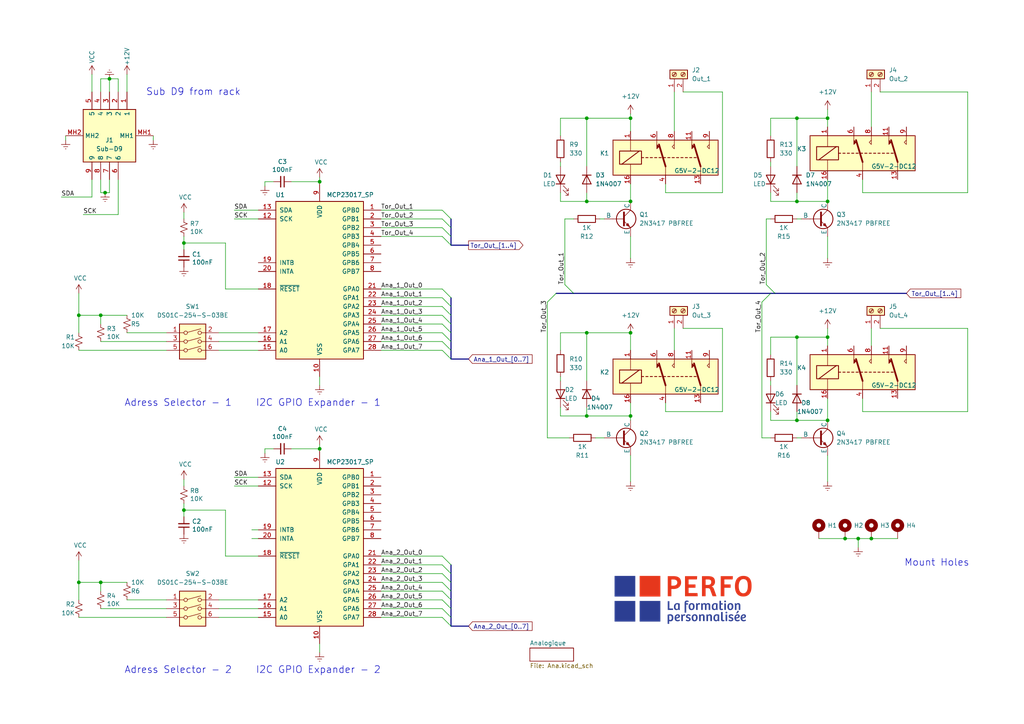
<source format=kicad_sch>
(kicad_sch (version 20230121) (generator eeschema)
  (paper "A4")
  (title_block (title "OutPut Card") (date "2024-02-22"))
  (lib_symbols
    (symbol "Connector:Screw_Terminal_01x02" (pin_names (offset 1.016) hide)
      (property "Reference" "J" (at 0 2.54 0))
      (property "Value" "Screw_Terminal_01x02" (at 0 -5.08 0))
      (symbol "Screw_Terminal_01x02_1_1"
        (rectangle (start -1.27 1.27) (end 1.27 -3.81) (stroke (width 0.254)) (fill (type background)))
        (circle (center 0 -2.54) (radius 0.635) (stroke (width 0.1524)))
        (polyline (pts (xy -0.5334 -2.2098) (xy 0.3302 -3.048)) (stroke (width 0.1524)))
        (polyline (pts (xy -0.5334 0.3302) (xy 0.3302 -0.508)) (stroke (width 0.1524)))
        (polyline (pts (xy -0.3556 -2.032) (xy 0.508 -2.8702)) (stroke (width 0.1524)))
        (polyline (pts (xy -0.3556 0.508) (xy 0.508 -0.3302)) (stroke (width 0.1524)))
        (circle (center 0 0) (radius 0.635) (stroke (width 0.1524)))
        (pin passive line (at -5.08 0 0) (length 3.81) (name "Pin_1") (number "1"))
        (pin passive line (at -5.08 -2.54 0) (length 3.81) (name "Pin_2") (number "2"))
      )
    )
    (symbol "Device:C_Small" (pin_numbers hide) (pin_names (offset 0.254) hide)
      (property "Reference" "C" (at 0.254 1.778 0))
      (property "Value" "C_Small" (at 0.254 -2.032 0))
      (symbol "C_Small_0_1"
        (polyline (pts (xy -1.524 -0.508) (xy 1.524 -0.508)) (stroke (width 0.3302)))
        (polyline (pts (xy -1.524 0.508) (xy 1.524 0.508)) (stroke (width 0.3048)))
      )
      (symbol "C_Small_1_1"
        (pin passive line (at 0 2.54 270) (length 2.032) (name "~") (number "1"))
        (pin passive line (at 0 -2.54 90) (length 2.032) (name "~") (number "2"))
      )
    )
    (symbol "Device:LED" (pin_numbers hide) (pin_names (offset 1.016) hide)
      (property "Reference" "D" (at 0 2.54 0))
      (property "Value" "LED" (at 0 -2.54 0))
      (symbol "LED_0_1"
        (polyline (pts (xy -1.27 -1.27) (xy -1.27 1.27)) (stroke (width 0.254)))
        (polyline (pts (xy -1.27 0) (xy 1.27 0)))
        (polyline (pts (xy 1.27 -1.27) (xy 1.27 1.27) (xy -1.27 0) (xy 1.27 -1.27)) (stroke (width 0.254)))
        (polyline (pts (xy -3.048 -0.762) (xy -4.572 -2.286) (xy -3.81 -2.286) (xy -4.572 -2.286) (xy -4.572 -1.524)))
        (polyline (pts (xy -1.778 -0.762) (xy -3.302 -2.286) (xy -2.54 -2.286) (xy -3.302 -2.286) (xy -3.302 -1.524)))
      )
      (symbol "LED_1_1"
        (pin passive line (at -3.81 0 0) (length 2.54) (name "K") (number "1"))
        (pin passive line (at 3.81 0 180) (length 2.54) (name "A") (number "2"))
      )
    )
    (symbol "Device:R" (pin_numbers hide) (pin_names (offset 0))
      (property "Reference" "R" (at 2.032 0 90))
      (property "Value" "R" (at 0 0 90))
      (symbol "R_0_1"
        (rectangle (start -1.016 -2.54) (end 1.016 2.54) (stroke (width 0.254)))
      )
      (symbol "R_1_1"
        (pin passive line (at 0 3.81 270) (length 1.27) (name "~") (number "1"))
        (pin passive line (at 0 -3.81 90) (length 1.27) (name "~") (number "2"))
      )
    )
    (symbol "Device:R_Small_US" (pin_numbers hide) (pin_names (offset 0.254) hide)
      (property "Reference" "R" (at 0.762 0.508 0))
      (property "Value" "R_Small_US" (at 0.762 -1.016 0))
      (symbol "R_Small_US_1_1"
        (polyline (pts (xy 0 0) (xy 1.016 -0.381) (xy 0 -0.762) (xy -1.016 -1.143) (xy 0 -1.524)))
        (polyline (pts (xy 0 1.524) (xy 1.016 1.143) (xy 0 0.762) (xy -1.016 0.381) (xy 0 0)))
        (pin passive line (at 0 2.54 270) (length 1.016) (name "~") (number "1"))
        (pin passive line (at 0 -2.54 90) (length 1.016) (name "~") (number "2"))
      )
    )
    (symbol "Diode:1N4007" (pin_numbers hide) (pin_names hide)
      (property "Reference" "D" (at 0 2.54 0))
      (property "Value" "1N4007" (at 0 -2.54 0))
      (symbol "1N4007_0_1"
        (polyline (pts (xy -1.27 1.27) (xy -1.27 -1.27)) (stroke (width 0.254)))
        (polyline (pts (xy 1.27 0) (xy -1.27 0)))
        (polyline (pts (xy 1.27 1.27) (xy 1.27 -1.27) (xy -1.27 0) (xy 1.27 1.27)) (stroke (width 0.254)))
      )
      (symbol "1N4007_1_1"
        (pin passive line (at -3.81 0 0) (length 2.54) (name "K") (number "1"))
        (pin passive line (at 3.81 0 180) (length 2.54) (name "A") (number "2"))
      )
    )
    (symbol "Interface_Expansion:MCP23017_SP" (pin_names (offset 1.016))
      (property "Reference" "U" (at -11.43 24.13 0))
      (property "Value" "MCP23017_SP" (at 0 0 0))
      (symbol "MCP23017_SP_0_1"
        (rectangle (start -12.7 22.86) (end 12.7 -22.86) (stroke (width 0.254)) (fill (type background)))
      )
      (symbol "MCP23017_SP_1_1"
        (pin bidirectional line (at 17.78 20.32 180) (length 5.08) (name "GPB0") (number "1"))
        (pin power_in line (at 0 -27.94 90) (length 5.08) (name "VSS") (number "10"))
        (pin no_connect line (at -12.7 15.24 0) (length 5.08) hide (name "NC") (number "11"))
        (pin input line (at -17.78 17.78 0) (length 5.08) (name "SCK") (number "12"))
        (pin bidirectional line (at -17.78 20.32 0) (length 5.08) (name "SDA") (number "13"))
        (pin no_connect line (at -12.7 12.7 0) (length 5.08) hide (name "NC") (number "14"))
        (pin input line (at -17.78 -20.32 0) (length 5.08) (name "A0") (number "15"))
        (pin input line (at -17.78 -17.78 0) (length 5.08) (name "A1") (number "16"))
        (pin input line (at -17.78 -15.24 0) (length 5.08) (name "A2") (number "17"))
        (pin input line (at -17.78 -2.54 0) (length 5.08) (name "~{RESET}") (number "18"))
        (pin tri_state line (at -17.78 5.08 0) (length 5.08) (name "INTB") (number "19"))
        (pin bidirectional line (at 17.78 17.78 180) (length 5.08) (name "GPB1") (number "2"))
        (pin tri_state line (at -17.78 2.54 0) (length 5.08) (name "INTA") (number "20"))
        (pin bidirectional line (at 17.78 -2.54 180) (length 5.08) (name "GPA0") (number "21"))
        (pin bidirectional line (at 17.78 -5.08 180) (length 5.08) (name "GPA1") (number "22"))
        (pin bidirectional line (at 17.78 -7.62 180) (length 5.08) (name "GPA2") (number "23"))
        (pin bidirectional line (at 17.78 -10.16 180) (length 5.08) (name "GPA3") (number "24"))
        (pin bidirectional line (at 17.78 -12.7 180) (length 5.08) (name "GPA4") (number "25"))
        (pin bidirectional line (at 17.78 -15.24 180) (length 5.08) (name "GPA5") (number "26"))
        (pin bidirectional line (at 17.78 -17.78 180) (length 5.08) (name "GPA6") (number "27"))
        (pin bidirectional line (at 17.78 -20.32 180) (length 5.08) (name "GPA7") (number "28"))
        (pin bidirectional line (at 17.78 15.24 180) (length 5.08) (name "GPB2") (number "3"))
        (pin bidirectional line (at 17.78 12.7 180) (length 5.08) (name "GPB3") (number "4"))
        (pin bidirectional line (at 17.78 10.16 180) (length 5.08) (name "GPB4") (number "5"))
        (pin bidirectional line (at 17.78 7.62 180) (length 5.08) (name "GPB5") (number "6"))
        (pin bidirectional line (at 17.78 5.08 180) (length 5.08) (name "GPB6") (number "7"))
        (pin bidirectional line (at 17.78 2.54 180) (length 5.08) (name "GPB7") (number "8"))
        (pin power_in line (at 0 27.94 270) (length 5.08) (name "VDD") (number "9"))
      )
    )
    (symbol "Lib Perso:NFD17E09SAFC1DA"
      (property "Reference" "J" (at 21.59 12.7 0))
      (property "Value" "NFD17E09SAFC1DA" (at 21.59 10.16 0))
      (symbol "NFD17E09SAFC1DA_1_1"
        (rectangle (start 5.08 7.62) (end 20.32 -7.62) (stroke (width 0.254)) (fill (type background)))
        (pin passive line (at 17.78 12.7 270) (length 5.08) (name "1") (number "1"))
        (pin passive line (at 15.24 12.7 270) (length 5.08) (name "2") (number "2"))
        (pin passive line (at 12.7 12.7 270) (length 5.08) (name "3") (number "3"))
        (pin passive line (at 10.16 12.7 270) (length 5.08) (name "4") (number "4"))
        (pin passive line (at 7.62 12.7 270) (length 5.08) (name "5") (number "5"))
        (pin passive line (at 15.24 -12.7 90) (length 5.08) (name "6") (number "6"))
        (pin passive line (at 12.7 -12.7 90) (length 5.08) (name "7") (number "7"))
        (pin passive line (at 10.16 -12.7 90) (length 5.08) (name "8") (number "8"))
        (pin passive line (at 7.62 -12.7 90) (length 5.08) (name "9") (number "9"))
        (pin passive line (at 25.4 0 180) (length 5.08) (name "MH1") (number "MH1"))
        (pin passive line (at 0 0 0) (length 5.08) (name "MH2") (number "MH2"))
      )
    )
    (symbol "Mechanical:MountingHole_Pad" (pin_numbers hide) (pin_names (offset 1.016) hide)
      (property "Reference" "H" (at 0 6.35 0))
      (property "Value" "MountingHole_Pad" (at 0 4.445 0))
      (symbol "MountingHole_Pad_0_1"
        (circle (center 0 1.27) (radius 1.27) (stroke (width 1.27)))
      )
      (symbol "MountingHole_Pad_1_1"
        (pin input line (at 0 -2.54 90) (length 2.54) (name "1") (number "1"))
      )
    )
    (symbol "Relay_DPDT_1"
      (property "Reference" "K1" (at -19.05 1.27 0))
      (property "Value" "G5V-2-DC12" (at 2.54 -3.81 0))
      (symbol "Relay_DPDT_1_0_1"
        (rectangle (start -15.24 5.08) (end 15.24 -5.08) (stroke (width 0.254)) (fill (type background)))
        (rectangle (start -13.335 1.905) (end -6.985 -1.905) (stroke (width 0.254)))
        (polyline (pts (xy -12.7 -1.905) (xy -7.62 1.905)) (stroke (width 0.254)))
        (polyline (pts (xy -10.16 -5.08) (xy -10.16 -1.905)))
        (polyline (pts (xy -10.16 5.08) (xy -10.16 1.905)))
        (polyline (pts (xy -6.985 0) (xy -6.35 0)) (stroke (width 0.254)))
        (polyline (pts (xy -5.715 0) (xy -5.08 0)) (stroke (width 0.254)))
        (polyline (pts (xy -4.445 0) (xy -3.81 0)) (stroke (width 0.254)))
        (polyline (pts (xy -3.175 0) (xy -2.54 0)) (stroke (width 0.254)))
        (polyline (pts (xy -1.905 0) (xy -1.27 0)) (stroke (width 0.254)))
        (polyline (pts (xy -0.635 0) (xy 0 0)) (stroke (width 0.254)))
        (polyline (pts (xy 0 -2.54) (xy -1.905 3.81)) (stroke (width 0.508)))
        (polyline (pts (xy 0 -2.54) (xy 0 -5.08)))
        (polyline (pts (xy 0.635 0) (xy 1.27 0)) (stroke (width 0.254)))
        (polyline (pts (xy 1.905 0) (xy 2.54 0)) (stroke (width 0.254)))
        (polyline (pts (xy 3.175 0) (xy 3.81 0)) (stroke (width 0.254)))
        (polyline (pts (xy 4.445 0) (xy 5.08 0)) (stroke (width 0.254)))
        (polyline (pts (xy 5.715 0) (xy 6.35 0)) (stroke (width 0.254)))
        (polyline (pts (xy 6.985 0) (xy 7.62 0)) (stroke (width 0.254)))
        (polyline (pts (xy 8.255 0) (xy 8.89 0)) (stroke (width 0.254)))
        (polyline (pts (xy 10.16 -2.54) (xy 8.255 3.81)) (stroke (width 0.508)))
        (polyline (pts (xy 10.16 -2.54) (xy 10.16 -5.08)))
        (polyline (pts (xy -2.54 5.08) (xy -2.54 2.54) (xy -1.905 3.175) (xy -2.54 3.81)) (fill (type outline)))
        (polyline (pts (xy 2.54 5.08) (xy 2.54 2.54) (xy 1.905 3.175) (xy 2.54 3.81)))
        (polyline (pts (xy 7.62 5.08) (xy 7.62 2.54) (xy 8.255 3.175) (xy 7.62 3.81)) (fill (type outline)))
        (polyline (pts (xy 12.7 5.08) (xy 12.7 2.54) (xy 12.065 3.175) (xy 12.7 3.81)))
      )
      (symbol "Relay_DPDT_1_1_1"
        (pin passive line (at -10.16 7.62 270) (length 2.54) (name "~") (number "1"))
        (pin passive line (at 7.62 7.62 270) (length 2.54) (name "~") (number "11"))
        (pin passive line (at 10.16 -7.62 90) (length 2.54) (name "~") (number "13"))
        (pin passive line (at -10.16 -7.62 90) (length 2.54) (name "~") (number "16"))
        (pin passive line (at 0 -7.62 90) (length 2.54) (name "~") (number "4"))
        (pin passive line (at -2.54 7.62 270) (length 2.54) (name "~") (number "6"))
        (pin passive line (at 2.54 7.62 270) (length 2.54) (name "~") (number "8"))
        (pin passive line (at 12.7 7.62 270) (length 2.54) (name "~") (number "9"))
      )
    )
    (symbol "SW_DIP_x03_1" (pin_names (offset 0) hide)
      (property "Reference" "SW1" (at 0 12.7 0))
      (property "Value" "DS01C-254-S-03BE" (at 0 10.16 0))
      (symbol "SW_DIP_x03_1_0_0"
        (circle (center -2.032 0) (radius 0.508))
        (circle (center -2.032 2.54) (radius 0.508))
        (circle (center -2.032 5.08) (radius 0.508))
        (polyline (pts (xy -1.524 0.127) (xy 2.3622 1.1684)))
        (polyline (pts (xy -1.524 2.667) (xy 2.3622 3.7084)))
        (polyline (pts (xy -1.524 5.207) (xy 2.3622 6.2484)))
        (circle (center 2.032 0) (radius 0.508))
        (circle (center 2.032 2.54) (radius 0.508))
        (circle (center 2.032 5.08) (radius 0.508))
      )
      (symbol "SW_DIP_x03_1_0_1"
        (rectangle (start -3.81 7.62) (end 3.81 -2.54) (stroke (width 0.254)) (fill (type background)))
      )
      (symbol "SW_DIP_x03_1_1_1"
        (pin passive line (at -7.62 5.08 0) (length 5.08) (name "~") (number "1"))
        (pin passive line (at 7.62 5.08 180) (length 5.08) (name "~") (number "2"))
        (pin passive line (at -7.62 2.54 0) (length 5.08) (name "~") (number "3"))
        (pin passive line (at 7.62 2.54 180) (length 5.08) (name "~") (number "4"))
        (pin passive line (at -7.62 0 0) (length 5.08) (name "~") (number "5"))
        (pin passive line (at 7.62 0 180) (length 5.08) (name "~") (number "6"))
      )
    )
    (symbol "Simulation_SPICE:NPN" (pin_numbers hide) (pin_names (offset 0))
      (property "Reference" "Q" (at -2.54 7.62 0))
      (property "Value" "NPN" (at -2.54 5.08 0))
      (symbol "NPN_0_1"
        (polyline (pts (xy -2.54 0) (xy 0.635 0)) (stroke (width 0.1524)))
        (polyline (pts (xy 0.635 0.635) (xy 2.54 2.54)))
        (polyline (pts (xy 2.794 -1.27) (xy 2.794 -1.27)) (stroke (width 0.1524)))
        (polyline (pts (xy 2.794 -1.27) (xy 2.794 -1.27)) (stroke (width 0.1524)))
        (polyline (pts (xy 0.635 -0.635) (xy 2.54 -2.54) (xy 2.54 -2.54)))
        (polyline (pts (xy 0.635 1.905) (xy 0.635 -1.905) (xy 0.635 -1.905)) (stroke (width 0.508)))
        (polyline (pts (xy 1.27 -1.778) (xy 1.778 -1.27) (xy 2.286 -2.286) (xy 1.27 -1.778) (xy 1.27 -1.778)) (fill (type outline)))
        (circle (center 1.27 0) (radius 2.8194) (stroke (width 0.254)))
      )
      (symbol "NPN_1_1"
        (pin open_collector line (at 2.54 5.08 270) (length 2.54) (name "C") (number "1"))
        (pin input line (at -5.08 0 0) (length 2.54) (name "B") (number "2"))
        (pin open_emitter line (at 2.54 -5.08 90) (length 2.54) (name "E") (number "3"))
      )
    )
    (symbol "Switch:SW_DIP_x03" (pin_names (offset 0) hide)
      (property "Reference" "SW2" (at 0 12.7 0))
      (property "Value" "DS01C-254-S-03BE" (at 0 10.16 0))
      (symbol "SW_DIP_x03_0_0"
        (circle (center -2.032 0) (radius 0.508))
        (circle (center -2.032 2.54) (radius 0.508))
        (circle (center -2.032 5.08) (radius 0.508))
        (polyline (pts (xy -1.524 0.127) (xy 2.3622 1.1684)))
        (polyline (pts (xy -1.524 2.667) (xy 2.3622 3.7084)))
        (polyline (pts (xy -1.524 5.207) (xy 2.3622 6.2484)))
        (circle (center 2.032 0) (radius 0.508))
        (circle (center 2.032 2.54) (radius 0.508))
        (circle (center 2.032 5.08) (radius 0.508))
      )
      (symbol "SW_DIP_x03_0_1"
        (rectangle (start -3.81 7.62) (end 3.81 -2.54) (stroke (width 0.254)) (fill (type background)))
      )
      (symbol "SW_DIP_x03_1_1"
        (pin passive line (at -7.62 5.08 0) (length 5.08) (name "~") (number "1"))
        (pin passive line (at 7.62 5.08 180) (length 5.08) (name "~") (number "2"))
        (pin passive line (at -7.62 2.54 0) (length 5.08) (name "~") (number "3"))
        (pin passive line (at 7.62 2.54 180) (length 5.08) (name "~") (number "4"))
        (pin passive line (at -7.62 0 0) (length 5.08) (name "~") (number "5"))
        (pin passive line (at 7.62 0 180) (length 5.08) (name "~") (number "6"))
      )
    )
    (symbol "power:+12V" (power) (pin_names (offset 0))
      (property "Value" "+12V" (at 0 3.556 0))
      (symbol "+12V_0_1"
        (polyline (pts (xy -0.762 1.27) (xy 0 2.54)))
        (polyline (pts (xy 0 0) (xy 0 2.54)))
        (polyline (pts (xy 0 2.54) (xy 0.762 1.27)))
      )
      (symbol "+12V_1_1"
        (pin power_in line (at 0 0 90) (length 0) hide (name "+12V") (number "1"))
      )
    )
    (symbol "power:GNDREF" (power) (pin_names (offset 0))
      (property "Value" "GNDREF" (at 0 -3.81 0))
      (symbol "GNDREF_0_1"
        (polyline (pts (xy -0.635 -1.905) (xy 0.635 -1.905)))
        (polyline (pts (xy -0.127 -2.54) (xy 0.127 -2.54)))
        (polyline (pts (xy 0 -1.27) (xy 0 0)))
        (polyline (pts (xy 1.27 -1.27) (xy -1.27 -1.27)))
      )
      (symbol "GNDREF_1_1"
        (pin power_in line (at 0 0 270) (length 0) hide (name "GNDREF") (number "1"))
      )
    )
    (symbol "power:VCC" (power) (pin_names (offset 0))
      (property "Value" "VCC" (at 0 3.81 0))
      (symbol "VCC_0_1"
        (polyline (pts (xy -0.762 1.27) (xy 0 2.54)))
        (polyline (pts (xy 0 0) (xy 0 2.54)))
        (polyline (pts (xy 0 2.54) (xy 0.762 1.27)))
      )
      (symbol "VCC_1_1"
        (pin power_in line (at 0 0 90) (length 0) hide (name "VCC") (number "1"))
      )
    )
  )
  (junction (at 92.71 130.175))
  (junction (at 170.18 120.65))
  (junction (at 182.88 120.65))
  (junction (at 29.21 168.91))
  (junction (at 231.14 121.92))
  (junction (at 92.71 52.705))
  (junction (at 240.03 34.29))
  (junction (at 170.18 96.52))
  (junction (at 22.86 91.44))
  (junction (at 248.92 156.21))
  (junction (at 231.14 34.29))
  (junction (at 240.03 121.92))
  (junction (at 30.48 55.88))
  (junction (at 182.88 34.29))
  (junction (at 240.03 97.79))
  (junction (at 182.88 58.42))
  (junction (at 252.73 156.21))
  (junction (at 53.34 70.485))
  (junction (at 29.21 91.44))
  (junction (at 170.18 34.29))
  (junction (at 231.14 58.42))
  (junction (at 240.03 58.42))
  (junction (at 22.86 168.91))
  (junction (at 31.75 22.86))
  (junction (at 231.14 97.79))
  (junction (at 182.88 96.52))
  (junction (at 170.18 58.42))
  (junction (at 53.34 147.955))
  (junction (at 245.11 156.21))
  (bus_entry (at 130.81 96.52) (size -2.54 -2.54))
  (bus_entry (at 130.81 101.6) (size -2.54 -2.54))
  (bus_entry (at 130.81 168.91) (size -2.54 -2.54))
  (bus_entry (at 223.52 85.09) (size -2.54 2.54))
  (bus_entry (at 130.81 181.61) (size -2.54 -2.54))
  (bus_entry (at 130.81 86.36) (size -2.54 -2.54))
  (bus_entry (at 224.79 85.09) (size -2.54 -2.54))
  (bus_entry (at 130.81 176.53) (size -2.54 -2.54))
  (bus_entry (at 130.81 104.14) (size -2.54 -2.54))
  (bus_entry (at 130.81 171.45) (size -2.54 -2.54))
  (bus_entry (at 130.81 93.98) (size -2.54 -2.54))
  (bus_entry (at 130.81 63.5) (size -2.54 -2.54))
  (bus_entry (at 130.81 88.9) (size -2.54 -2.54))
  (bus_entry (at 130.81 71.12) (size -2.54 -2.54))
  (bus_entry (at 130.81 99.06) (size -2.54 -2.54))
  (bus_entry (at 161.29 85.09) (size -2.54 2.54))
  (bus_entry (at 130.81 68.58) (size -2.54 -2.54))
  (bus_entry (at 166.37 85.09) (size -2.54 -2.54))
  (bus_entry (at 130.81 166.37) (size -2.54 -2.54))
  (bus_entry (at 130.81 91.44) (size -2.54 -2.54))
  (bus_entry (at 130.81 173.99) (size -2.54 -2.54))
  (bus_entry (at 130.81 163.83) (size -2.54 -2.54))
  (bus_entry (at 130.81 66.04) (size -2.54 -2.54))
  (bus_entry (at 130.81 179.07) (size -2.54 -2.54))
  (bus (pts (xy 130.81 104.14) (xy 135.89 104.14)))
  (wire (pts (xy 29.21 99.06) (xy 48.26 99.06)))
  (wire (pts (xy 223.52 97.79) (xy 231.14 97.79)))
  (wire (pts (xy 170.18 120.65) (xy 182.88 120.65)))
  (wire (pts (xy 220.98 87.63) (xy 220.98 127)))
  (wire (pts (xy 29.21 176.53) (xy 48.26 176.53)))
  (wire (pts (xy 53.34 70.485) (xy 53.34 72.39)))
  (wire (pts (xy 110.49 171.45) (xy 128.27 171.45)))
  (bus (pts (xy 223.52 85.09) (xy 224.79 85.09)))
  (wire (pts (xy 110.49 86.36) (xy 128.27 86.36)))
  (wire (pts (xy 92.71 52.705) (xy 92.71 51.435)))
  (wire (pts (xy 110.49 68.58) (xy 128.27 68.58)))
  (wire (pts (xy 84.455 52.705) (xy 92.71 52.705)))
  (wire (pts (xy 231.14 58.42) (xy 240.03 58.42)))
  (bus (pts (xy 130.81 176.53) (xy 130.81 179.07)))
  (wire (pts (xy 223.52 102.87) (xy 223.52 97.79)))
  (wire (pts (xy 162.56 101.6) (xy 162.56 96.52)))
  (wire (pts (xy 31.75 55.88) (xy 30.48 55.88)))
  (wire (pts (xy 34.29 26.67) (xy 34.29 22.86)))
  (wire (pts (xy 231.14 34.29) (xy 231.14 48.26)))
  (wire (pts (xy 223.52 55.88) (xy 223.52 58.42)))
  (wire (pts (xy 65.405 83.82) (xy 74.93 83.82)))
  (wire (pts (xy 110.49 93.98) (xy 128.27 93.98)))
  (wire (pts (xy 29.21 52.07) (xy 29.21 55.88)))
  (wire (pts (xy 240.03 115.57) (xy 240.03 121.92)))
  (bus (pts (xy 130.81 86.36) (xy 130.81 88.9)))
  (bus (pts (xy 130.81 63.5) (xy 130.81 66.04)))
  (wire (pts (xy 245.11 156.21) (xy 248.92 156.21)))
  (bus (pts (xy 130.81 168.91) (xy 130.81 171.45)))
  (wire (pts (xy 223.52 58.42) (xy 231.14 58.42)))
  (wire (pts (xy 231.14 34.29) (xy 240.03 34.29)))
  (wire (pts (xy 163.83 63.5) (xy 166.37 63.5)))
  (wire (pts (xy 76.835 130.175) (xy 76.835 131.445)))
  (wire (pts (xy 255.27 26.67) (xy 280.67 26.67)))
  (wire (pts (xy 223.52 46.99) (xy 223.52 48.26)))
  (bus (pts (xy 130.81 66.04) (xy 130.81 68.58)))
  (wire (pts (xy 173.99 63.5) (xy 175.26 63.5)))
  (wire (pts (xy 223.52 127) (xy 220.98 127)))
  (wire (pts (xy 280.67 55.88) (xy 250.19 55.88)))
  (wire (pts (xy 158.75 127) (xy 165.1 127)))
  (wire (pts (xy 29.21 91.44) (xy 22.86 91.44)))
  (wire (pts (xy 158.75 87.63) (xy 158.75 127)))
  (wire (pts (xy 31.75 52.07) (xy 31.75 55.88)))
  (wire (pts (xy 34.29 52.07) (xy 34.29 62.23)))
  (bus (pts (xy 130.81 101.6) (xy 130.81 104.14)))
  (bus (pts (xy 130.81 163.83) (xy 130.81 166.37)))
  (wire (pts (xy 29.21 93.98) (xy 29.21 91.44)))
  (wire (pts (xy 53.34 147.955) (xy 53.34 149.86)))
  (bus (pts (xy 130.81 166.37) (xy 130.81 168.91)))
  (wire (pts (xy 209.55 95.25) (xy 209.55 119.38)))
  (wire (pts (xy 63.5 173.99) (xy 74.93 173.99)))
  (wire (pts (xy 34.29 22.86) (xy 31.75 22.86)))
  (wire (pts (xy 231.14 58.42) (xy 231.14 55.88)))
  (wire (pts (xy 92.71 111.76) (xy 92.71 109.22)))
  (wire (pts (xy 223.52 39.37) (xy 223.52 34.29)))
  (wire (pts (xy 162.56 39.37) (xy 162.56 34.29)))
  (wire (pts (xy 162.56 58.42) (xy 170.18 58.42)))
  (wire (pts (xy 110.49 63.5) (xy 128.27 63.5)))
  (wire (pts (xy 26.67 57.15) (xy 17.78 57.15)))
  (wire (pts (xy 74.93 60.96) (xy 67.945 60.96)))
  (bus (pts (xy 161.29 85.09) (xy 166.37 85.09)))
  (wire (pts (xy 250.19 55.88) (xy 250.19 52.07)))
  (wire (pts (xy 248.92 156.21) (xy 252.73 156.21)))
  (wire (pts (xy 110.49 168.91) (xy 128.27 168.91)))
  (wire (pts (xy 162.56 109.22) (xy 162.56 110.49)))
  (wire (pts (xy 170.18 96.52) (xy 170.18 110.49)))
  (wire (pts (xy 240.03 52.07) (xy 240.03 58.42)))
  (wire (pts (xy 63.5 179.07) (xy 74.93 179.07)))
  (wire (pts (xy 223.52 121.92) (xy 231.14 121.92)))
  (wire (pts (xy 170.18 34.29) (xy 170.18 48.26)))
  (wire (pts (xy 74.93 63.5) (xy 67.945 63.5)))
  (wire (pts (xy 74.93 138.43) (xy 67.945 138.43)))
  (wire (pts (xy 73.025 156.21) (xy 74.93 156.21)))
  (wire (pts (xy 110.49 96.52) (xy 128.27 96.52)))
  (wire (pts (xy 63.5 176.53) (xy 74.93 176.53)))
  (wire (pts (xy 65.405 147.955) (xy 53.34 147.955)))
  (wire (pts (xy 209.55 119.38) (xy 193.04 119.38)))
  (wire (pts (xy 280.67 119.38) (xy 280.67 95.25)))
  (wire (pts (xy 44.45 39.37) (xy 44.45 40.64)))
  (wire (pts (xy 231.14 121.92) (xy 231.14 119.38)))
  (wire (pts (xy 92.71 130.81) (xy 92.71 130.175)))
  (bus (pts (xy 166.37 85.09) (xy 223.52 85.09)))
  (wire (pts (xy 240.03 132.08) (xy 240.03 139.7)))
  (wire (pts (xy 223.52 63.5) (xy 222.25 63.5)))
  (bus (pts (xy 130.81 171.45) (xy 130.81 173.99)))
  (wire (pts (xy 223.52 119.38) (xy 223.52 121.92)))
  (bus (pts (xy 130.81 96.52) (xy 130.81 99.06)))
  (wire (pts (xy 26.67 52.07) (xy 26.67 57.15)))
  (wire (pts (xy 26.67 21.59) (xy 26.67 26.67)))
  (wire (pts (xy 53.34 63.5) (xy 53.34 61.595)))
  (wire (pts (xy 231.14 121.92) (xy 240.03 121.92)))
  (wire (pts (xy 110.49 91.44) (xy 128.27 91.44)))
  (wire (pts (xy 29.21 91.44) (xy 36.83 91.44)))
  (wire (pts (xy 162.56 34.29) (xy 170.18 34.29)))
  (wire (pts (xy 231.14 97.79) (xy 240.03 97.79)))
  (wire (pts (xy 195.58 26.67) (xy 195.58 38.1)))
  (wire (pts (xy 110.49 60.96) (xy 128.27 60.96)))
  (bus (pts (xy 130.81 179.07) (xy 130.81 181.61)))
  (wire (pts (xy 92.71 189.23) (xy 92.71 186.69)))
  (wire (pts (xy 198.12 26.67) (xy 209.55 26.67)))
  (wire (pts (xy 110.49 66.04) (xy 128.27 66.04)))
  (wire (pts (xy 170.18 58.42) (xy 170.18 55.88)))
  (wire (pts (xy 53.34 68.58) (xy 53.34 70.485)))
  (wire (pts (xy 19.05 39.37) (xy 19.05 40.64)))
  (wire (pts (xy 65.405 161.29) (xy 65.405 147.955)))
  (wire (pts (xy 63.5 101.6) (xy 74.93 101.6)))
  (wire (pts (xy 29.21 55.88) (xy 30.48 55.88)))
  (wire (pts (xy 110.49 179.07) (xy 128.27 179.07)))
  (wire (pts (xy 29.21 168.91) (xy 22.86 168.91)))
  (wire (pts (xy 198.12 95.25) (xy 209.55 95.25)))
  (wire (pts (xy 79.375 130.175) (xy 76.835 130.175)))
  (wire (pts (xy 222.25 63.5) (xy 222.25 82.55)))
  (wire (pts (xy 182.88 33.02) (xy 182.88 34.29)))
  (wire (pts (xy 162.56 118.11) (xy 162.56 120.65)))
  (wire (pts (xy 170.18 34.29) (xy 182.88 34.29)))
  (wire (pts (xy 182.88 132.08) (xy 182.88 139.7)))
  (wire (pts (xy 182.88 96.52) (xy 182.88 101.6)))
  (wire (pts (xy 53.34 146.05) (xy 53.34 147.955)))
  (wire (pts (xy 74.93 140.97) (xy 67.945 140.97)))
  (wire (pts (xy 252.73 156.21) (xy 260.35 156.21)))
  (wire (pts (xy 162.56 96.52) (xy 170.18 96.52)))
  (wire (pts (xy 209.55 55.88) (xy 193.04 55.88)))
  (bus (pts (xy 130.81 88.9) (xy 130.81 91.44)))
  (wire (pts (xy 76.835 52.705) (xy 76.835 53.975)))
  (wire (pts (xy 92.71 130.175) (xy 92.71 128.905)))
  (wire (pts (xy 237.49 156.21) (xy 245.11 156.21)))
  (wire (pts (xy 65.405 161.29) (xy 74.93 161.29)))
  (wire (pts (xy 250.19 119.38) (xy 280.67 119.38)))
  (bus (pts (xy 130.81 173.99) (xy 130.81 176.53)))
  (bus (pts (xy 130.81 91.44) (xy 130.81 93.98)))
  (wire (pts (xy 250.19 115.57) (xy 250.19 119.38)))
  (bus (pts (xy 130.81 68.58) (xy 130.81 71.12)))
  (wire (pts (xy 110.49 83.82) (xy 128.27 83.82)))
  (bus (pts (xy 130.81 71.12) (xy 135.89 71.12)))
  (wire (pts (xy 29.21 168.91) (xy 36.83 168.91)))
  (wire (pts (xy 248.92 156.21) (xy 248.92 158.75)))
  (wire (pts (xy 240.03 34.29) (xy 240.03 36.83)))
  (wire (pts (xy 22.86 85.09) (xy 22.86 91.44)))
  (wire (pts (xy 223.52 110.49) (xy 223.52 111.76)))
  (bus (pts (xy 130.81 99.06) (xy 130.81 101.6)))
  (wire (pts (xy 182.88 53.34) (xy 182.88 58.42)))
  (wire (pts (xy 22.86 179.07) (xy 48.26 179.07)))
  (wire (pts (xy 92.71 53.34) (xy 92.71 52.705)))
  (bus (pts (xy 130.81 93.98) (xy 130.81 96.52)))
  (wire (pts (xy 84.455 130.175) (xy 92.71 130.175)))
  (wire (pts (xy 110.49 88.9) (xy 128.27 88.9)))
  (wire (pts (xy 110.49 163.83) (xy 128.27 163.83)))
  (wire (pts (xy 34.29 62.23) (xy 24.13 62.23)))
  (wire (pts (xy 223.52 34.29) (xy 231.14 34.29)))
  (wire (pts (xy 252.73 26.67) (xy 252.73 36.83)))
  (bus (pts (xy 130.81 181.61) (xy 135.89 181.61)))
  (wire (pts (xy 280.67 26.67) (xy 280.67 55.88)))
  (wire (pts (xy 232.41 127) (xy 231.14 127)))
  (wire (pts (xy 65.405 70.485) (xy 53.34 70.485)))
  (wire (pts (xy 280.67 95.25) (xy 255.27 95.25)))
  (wire (pts (xy 182.88 34.29) (xy 182.88 38.1)))
  (wire (pts (xy 110.49 176.53) (xy 128.27 176.53)))
  (wire (pts (xy 29.21 22.86) (xy 31.75 22.86)))
  (wire (pts (xy 193.04 119.38) (xy 193.04 116.84)))
  (wire (pts (xy 170.18 120.65) (xy 170.18 118.11)))
  (wire (pts (xy 172.72 127) (xy 175.26 127)))
  (wire (pts (xy 36.83 96.52) (xy 48.26 96.52)))
  (wire (pts (xy 182.88 68.58) (xy 182.88 74.93)))
  (wire (pts (xy 110.49 161.29) (xy 128.27 161.29)))
  (wire (pts (xy 29.21 171.45) (xy 29.21 168.91)))
  (wire (pts (xy 29.21 26.67) (xy 29.21 22.86)))
  (wire (pts (xy 163.83 82.55) (xy 163.83 63.5)))
  (wire (pts (xy 193.04 55.88) (xy 193.04 53.34)))
  (wire (pts (xy 65.405 83.82) (xy 65.405 70.485)))
  (wire (pts (xy 79.375 52.705) (xy 76.835 52.705)))
  (wire (pts (xy 252.73 95.25) (xy 252.73 100.33)))
  (wire (pts (xy 232.41 63.5) (xy 231.14 63.5)))
  (wire (pts (xy 110.49 99.06) (xy 128.27 99.06)))
  (wire (pts (xy 22.86 101.6) (xy 48.26 101.6)))
  (wire (pts (xy 170.18 96.52) (xy 182.88 96.52)))
  (wire (pts (xy 36.83 173.99) (xy 48.26 173.99)))
  (wire (pts (xy 182.88 116.84) (xy 182.88 120.65)))
  (wire (pts (xy 162.56 46.99) (xy 162.56 48.26)))
  (wire (pts (xy 110.49 173.99) (xy 128.27 173.99)))
  (wire (pts (xy 63.5 96.52) (xy 74.93 96.52)))
  (wire (pts (xy 31.75 22.86) (xy 31.75 26.67)))
  (wire (pts (xy 240.03 95.25) (xy 240.03 97.79)))
  (wire (pts (xy 22.86 91.44) (xy 22.86 96.52)))
  (wire (pts (xy 22.86 168.91) (xy 22.86 173.99)))
  (wire (pts (xy 36.83 21.59) (xy 36.83 26.67)))
  (bus (pts (xy 224.79 85.09) (xy 262.89 85.09)))
  (wire (pts (xy 240.03 97.79) (xy 240.03 100.33)))
  (wire (pts (xy 240.03 31.75) (xy 240.03 34.29)))
  (wire (pts (xy 110.49 101.6) (xy 128.27 101.6)))
  (wire (pts (xy 240.03 68.58) (xy 240.03 74.93)))
  (wire (pts (xy 73.025 153.67) (xy 74.93 153.67)))
  (wire (pts (xy 110.49 166.37) (xy 128.27 166.37)))
  (wire (pts (xy 162.56 55.88) (xy 162.56 58.42)))
  (wire (pts (xy 63.5 99.06) (xy 74.93 99.06)))
  (wire (pts (xy 53.34 140.97) (xy 53.34 139.065)))
  (wire (pts (xy 162.56 120.65) (xy 170.18 120.65)))
  (wire (pts (xy 209.55 26.67) (xy 209.55 55.88)))
  (wire (pts (xy 182.88 120.65) (xy 182.88 121.92)))
  (wire (pts (xy 231.14 97.79) (xy 231.14 111.76)))
  (wire (pts (xy 170.18 58.42) (xy 182.88 58.42)))
  (wire (pts (xy 22.86 162.56) (xy 22.86 168.91)))
  (wire (pts (xy 195.58 95.25) (xy 195.58 101.6)))
  (image (at 198.12 173.99) (scale 0.549433))
  (text "I2C GPIO Expander - 2" (at 110.49 195.58 0) (effects (font (size 2.0066 2.0066)) (justify right bottom)))
  (text "Mount Holes" (at 262.255 164.465 0) (effects (font (size 2.0066 2.0066)) (justify left bottom)))
  (text "Adress Selector - 1" (at 67.31 118.11 0) (effects (font (size 2.0066 2.0066)) (justify right bottom)))
  (text "Sub D9 from rack" (at 69.85 27.94 0) (effects (font (size 2.0066 2.0066)) (justify right bottom)))
  (text "I2C GPIO Expander - 1\n" (at 110.49 118.11 0) (effects (font (size 2.0066 2.0066)) (justify right bottom)))
  (text "Adress Selector - 2" (at 67.31 195.58 0) (effects (font (size 2.0066 2.0066)) (justify right bottom)))
  (label "Ana_2_Out_3" (at 110.49 168.91 0))
  (label "SDA" (at 67.945 60.96 0))
  (label "Ana_2_Out_7" (at 110.49 179.07 0))
  (label "Ana_1_Out_2" (at 110.49 88.9 0))
  (label "Ana_2_Out_5" (at 110.49 173.99 0))
  (label "Ana_1_Out_1" (at 110.49 86.36 0))
  (label "SCK" (at 67.945 63.5 0))
  (label "Ana_1_Out_5" (at 110.49 96.52 0))
  (label "SDA" (at 67.945 138.43 0))
  (label "Tor_Out_2" (at 110.49 63.5 0))
  (label "Ana_1_Out_3" (at 110.49 91.44 0))
  (label "Tor_Out_1" (at 110.49 60.96 0))
  (label "Ana_2_Out_2" (at 110.49 166.37 0))
  (label "SCK" (at 67.945 140.97 0))
  (label "Tor_Out_4" (at 220.98 96.52 90))
  (label "Ana_2_Out_6" (at 110.49 176.53 0))
  (label "Ana_2_Out_1" (at 110.49 163.83 0))
  (label "SDA" (at 17.78 57.15 0))
  (label "Ana_1_Out_4" (at 110.49 93.98 0))
  (label "Ana_1_Out_7" (at 110.49 101.6 0))
  (label "Tor_Out_2" (at 222.25 82.55 90))
  (label "Tor_Out_3" (at 158.75 96.52 90))
  (label "Tor_Out_3" (at 110.49 66.04 0))
  (label "Ana_2_Out_0" (at 110.49 161.29 0))
  (label "Tor_Out_4" (at 110.49 68.58 0))
  (label "SCK" (at 24.13 62.23 0))
  (label "Tor_Out_1" (at 163.83 82.55 90))
  (label "Ana_1_Out_6" (at 110.49 99.06 0))
  (label "Ana_1_Out_0" (at 110.49 83.82 0))
  (label "Ana_2_Out_4" (at 110.49 171.45 0))
  (global_label "Tor_Out_[1..4]" (shape output) (at 135.89 71.12 0) (property "Intersheetrefs" "${INTERSHEET_REFS}" (effects hide)))
  (global_label "Tor_Out_[1..4]" (shape input) (at 262.89 85.09 0) (property "Intersheetrefs" "${INTERSHEET_REFS}" (effects hide)))
  (global_label "Ana_2_Out_[0..7]" (shape input) (at 135.89 181.61 0) (property "Intersheetrefs" "${INTERSHEET_REFS}" (effects hide)))
  (global_label "Ana_1_Out_[0..7]" (shape input) (at 135.89 104.14 0) (property "Intersheetrefs" "${INTERSHEET_REFS}" (effects hide)))
  (symbol (lib_id "power:GNDREF") (at 182.88 139.7 0) (mirror y) (unit 1)
    (property "Reference" "#PWR022" (effects hide))
    (property "Value" "GNDREF" (effects hide))
  )
  (symbol (lib_id "power:+12V") (at 182.88 96.52 0) (unit 1)
    (property "Reference" "#PWR021" (effects hide))
    (property "Value" "+12V" (at 182.88 91.44 0))
  )
  (symbol (lib_id "Device:R") (at 162.56 105.41 180) (unit 1)
    (property "Reference" "R10" (at 165.1 104.14 0) (effects (justify right)))
    (property "Value" "330" (at 165.1 106.68 0) (effects (justify right)))
    (property "Footprint" "Resistor_THT:R_Axial_DIN0204_L3.6mm_D1.6mm_P5.08mm_Horizontal" (effects hide))
  )
  (symbol (lib_id "Connector:Screw_Terminal_01x02") (at 252.73 21.59 90) (unit 1)
    (property "Reference" "J4" (at 257.81 20.32 90) (effects (justify right)))
    (property "Value" "Out_2" (at 257.81 22.86 90) (effects (justify right)))
    (property "Footprint" "Lib Perso:1735882" (effects hide))
  )
  (symbol (lib_id "power:GNDREF") (at 182.88 74.93 0) (mirror y) (unit 1)
    (property "Reference" "#PWR020" (effects hide))
    (property "Value" "GNDREF" (effects hide))
  )
  (symbol (lib_id "Mechanical:MountingHole_Pad") (at 260.35 153.67 0) (unit 1)
    (property "Reference" "H4" (at 262.89 152.4 0) (effects (justify left)))
    (property "Value" "MountingHole_Pad" (effects hide))
    (property "Footprint" "MountingHole:MountingHole_3.2mm_M3_Pad_Via" (effects hide))
  )
  (symbol (lib_id "power:GNDREF") (at 92.71 111.76 0) (mirror y) (unit 1)
    (property "Reference" "#PWR016" (effects hide))
    (property "Value" "GNDREF" (effects hide))
  )
  (symbol (lib_name "Relay_DPDT_1") (lib_id "Relay:Relay_DPDT") (at 250.19 44.45 0) (unit 1)
    (property "Reference" "K3" (at 231.14 43.18 0) (effects (justify left)))
    (property "Value" "G5V-2-DC12" (at 252.73 48.26 0) (effects (justify left)))
    (property "Footprint" "Lib Perso:G5V23DC" (effects hide))
  )
  (symbol (lib_id "power:GNDREF") (at 240.03 74.93 0) (mirror y) (unit 1)
    (property "Reference" "#PWR024" (effects hide))
    (property "Value" "GNDREF" (effects hide))
  )
  (symbol (lib_id "Diode:1N4007") (at 170.18 114.3 270) (unit 1)
    (property "Reference" "D4" (at 171.45 115.57 90) (effects (justify left)))
    (property "Value" "1N4007" (at 170.18 118.11 90) (effects (justify left)))
    (property "Footprint" "Diode_THT:D_DO-41_SOD81_P10.16mm_Horizontal" (effects hide))
    (property "Datasheet" "http://www.vishay.com/docs/88503/1n4001.pdf" (effects hide))
    (property "Sim.Device" "D" (effects hide))
    (property "Sim.Pins" "1=K 2=A" (effects hide))
  )
  (symbol (lib_id "power:GNDREF") (at 92.71 189.23 0) (mirror y) (unit 1)
    (property "Reference" "#PWR018" (effects hide))
    (property "Value" "GNDREF" (effects hide))
  )
  (symbol (lib_id "Device:R") (at 162.56 43.18 180) (unit 1)
    (property "Reference" "R9" (at 165.1 41.91 0) (effects (justify right)))
    (property "Value" "330" (at 165.1 44.45 0) (effects (justify right)))
    (property "Footprint" "Resistor_THT:R_Axial_DIN0204_L3.6mm_D1.6mm_P5.08mm_Horizontal" (effects hide))
  )
  (symbol (lib_id "Interface_Expansion:MCP23017_SP") (at 92.71 81.28 0) (unit 1)
    (property "Reference" "U1" (at 81.28 56.515 0))
    (property "Value" "MCP23017_SP" (at 101.6 56.515 0))
    (property "Footprint" "Package_DIP:DIP-28_W7.62mm" (effects hide))
    (property "Datasheet" "http://ww1.microchip.com/downloads/en/DeviceDoc/20001952C.pdf" (effects hide))
  )
  (symbol (lib_id "Diode:1N4007") (at 231.14 52.07 270) (unit 1)
    (property "Reference" "D7" (at 233.68 50.8 90) (effects (justify left)))
    (property "Value" "1N4007" (at 233.68 53.34 90) (effects (justify left)))
    (property "Footprint" "Diode_THT:D_DO-41_SOD81_P10.16mm_Horizontal" (effects hide))
    (property "Datasheet" "http://www.vishay.com/docs/88503/1n4001.pdf" (effects hide))
    (property "Sim.Device" "D" (effects hide))
    (property "Sim.Pins" "1=K 2=A" (effects hide))
  )
  (symbol (lib_id "Connector:Screw_Terminal_01x02") (at 195.58 21.59 90) (unit 1)
    (property "Reference" "J2" (at 200.66 20.32 90) (effects (justify right)))
    (property "Value" "Out_1" (at 200.66 22.86 90) (effects (justify right)))
    (property "Footprint" "Lib Perso:1735882" (effects hide))
  )
  (symbol (lib_id "Device:LED") (at 223.52 115.57 90) (unit 1)
    (property "Reference" "D6" (at 224.79 114.3 90) (effects (justify right)))
    (property "Value" "LED" (at 224.79 116.84 90) (effects (justify right)))
    (property "Footprint" "LED_THT:LED_D3.0mm_Horizontal_O3.81mm_Z6.0mm" (effects hide))
  )
  (symbol (lib_id "power:+12V") (at 240.03 31.75 0) (unit 1)
    (property "Reference" "#PWR023" (effects hide))
    (property "Value" "+12V" (at 240.03 26.67 0))
  )
  (symbol (lib_id "power:VCC") (at 22.86 162.56 0) (unit 1)
    (property "Reference" "#PWR03" (effects hide))
    (property "Value" "VCC" (at 23.2918 158.1658 0))
  )
  (symbol (lib_id "power:GNDREF") (at 44.45 40.64 0) (mirror y) (unit 1)
    (property "Reference" "#PWR08" (effects hide))
    (property "Value" "GNDREF" (effects hide))
  )
  (symbol (lib_id "Device:C_Small") (at 81.915 52.705 270) (unit 1)
    (property "Reference" "C3" (at 81.915 46.8884 90))
    (property "Value" "100nF" (at 81.915 49.1998 90))
    (property "Footprint" "Capacitor_THT:C_Radial_D4.0mm_H5.0mm_P1.50mm" (effects hide))
  )
  (symbol (lib_id "Simulation_SPICE:NPN") (at 180.34 63.5 0) (unit 1)
    (property "Reference" "Q1" (at 185.42 62.23 0) (effects (justify left)))
    (property "Value" "2N3417 PBFREE\n" (at 185.42 64.77 0) (effects (justify left)))
    (property "Footprint" "Lib Perso:2N3417PBFREE" (effects hide))
    (property "Sim.Device" "NPN" (effects hide))
    (property "Sim.Type" "GUMMELPOON" (effects hide))
    (property "Sim.Pins" "1=C 2=B 3=E" (effects hide))
  )
  (symbol (lib_name "Relay_DPDT_1") (lib_id "Relay:Relay_DPDT") (at 193.04 109.22 0) (unit 1)
    (property "Reference" "K2" (at 173.99 107.95 0) (effects (justify left)))
    (property "Value" "G5V-2-DC12" (at 195.58 113.03 0) (effects (justify left)))
    (property "Footprint" "Lib Perso:G5V23DC" (effects hide))
  )
  (symbol (lib_id "power:VCC") (at 53.34 139.065 0) (unit 1)
    (property "Reference" "#PWR011" (effects hide))
    (property "Value" "VCC" (at 53.7718 134.6708 0))
  )
  (symbol (lib_name "SW_DIP_x03_1") (lib_id "Switch:SW_DIP_x03") (at 55.88 101.6 0) (unit 1)
    (property "Reference" "SW1" (at 55.88 88.9 0))
    (property "Value" "DS01C-254-S-03BE" (at 55.88 91.44 0))
    (property "Footprint" "Lib Perso:DS01C254S03BE" (effects hide))
  )
  (symbol (lib_id "Mechanical:MountingHole_Pad") (at 252.73 153.67 0) (unit 1)
    (property "Reference" "H3" (at 255.27 152.4 0) (effects (justify left)))
    (property "Value" "MountingHole_Pad" (effects hide))
    (property "Footprint" "MountingHole:MountingHole_3.2mm_M3_Pad_Via" (effects hide))
  )
  (symbol (lib_id "Device:LED") (at 162.56 114.3 90) (unit 1)
    (property "Reference" "D2" (at 163.83 113.03 90) (effects (justify right)))
    (property "Value" "LED" (at 163.83 115.57 90) (effects (justify right)))
    (property "Footprint" "LED_THT:LED_D3.0mm_Horizontal_O3.81mm_Z6.0mm" (effects hide))
  )
  (symbol (lib_id "Mechanical:MountingHole_Pad") (at 237.49 153.67 0) (unit 1)
    (property "Reference" "H1" (at 240.03 152.4 0) (effects (justify left)))
    (property "Value" "MountingHole_Pad" (effects hide))
    (property "Footprint" "MountingHole:MountingHole_3.2mm_M3_Pad_Via" (effects hide))
  )
  (symbol (lib_id "power:GNDREF") (at 31.75 22.86 0) (mirror x) (unit 1)
    (property "Reference" "#PWR06" (effects hide))
    (property "Value" "GNDREF" (effects hide))
  )
  (symbol (lib_id "power:+12V") (at 240.03 95.25 0) (unit 1)
    (property "Reference" "#PWR025" (effects hide))
    (property "Value" "+12V" (at 240.03 90.17 0))
  )
  (symbol (lib_id "power:GNDREF") (at 76.835 131.445 0) (mirror y) (unit 1)
    (property "Reference" "#PWR014" (effects hide))
    (property "Value" "GNDREF" (effects hide))
  )
  (symbol (lib_id "Simulation_SPICE:NPN") (at 237.49 127 0) (unit 1)
    (property "Reference" "Q4" (at 242.57 125.73 0) (effects (justify left)))
    (property "Value" "2N3417 PBFREE\n" (at 242.57 128.27 0) (effects (justify left)))
    (property "Footprint" "Lib Perso:2N3417PBFREE" (effects hide))
    (property "Sim.Device" "NPN" (effects hide))
    (property "Sim.Type" "GUMMELPOON" (effects hide))
    (property "Sim.Pins" "1=C 2=B 3=E" (effects hide))
  )
  (symbol (lib_id "power:VCC") (at 22.86 85.09 0) (unit 1)
    (property "Reference" "#PWR02" (effects hide))
    (property "Value" "VCC" (at 23.2918 80.6958 0))
  )
  (symbol (lib_id "Device:LED") (at 223.52 52.07 90) (unit 1)
    (property "Reference" "D5" (at 218.44 50.8 90) (effects (justify right)))
    (property "Value" "LED" (at 218.44 53.34 90) (effects (justify right)))
    (property "Footprint" "LED_THT:LED_D3.0mm_Horizontal_O3.81mm_Z6.0mm" (effects hide))
  )
  (symbol (lib_id "power:GNDREF") (at 248.92 158.75 0) (mirror y) (unit 1)
    (property "Reference" "#PWR027" (effects hide))
    (property "Value" "GNDREF" (effects hide))
  )
  (symbol (lib_id "power:GNDREF") (at 240.03 139.7 0) (mirror y) (unit 1)
    (property "Reference" "#PWR026" (effects hide))
    (property "Value" "GNDREF" (effects hide))
  )
  (symbol (lib_id "power:VCC") (at 53.34 61.595 0) (unit 1)
    (property "Reference" "#PWR09" (effects hide))
    (property "Value" "VCC" (at 53.7718 57.2008 0))
  )
  (symbol (lib_id "power:VCC") (at 92.71 128.905 0) (unit 1)
    (property "Reference" "#PWR017" (effects hide))
    (property "Value" "VCC" (at 93.1418 124.5108 0))
  )
  (symbol (lib_id "Device:R") (at 227.33 63.5 90) (unit 1)
    (property "Reference" "R15" (at 227.33 68.58 90))
    (property "Value" "1K" (at 227.33 66.04 90))
    (property "Footprint" "Resistor_THT:R_Axial_DIN0204_L3.6mm_D1.6mm_P5.08mm_Horizontal" (effects hide))
  )
  (symbol (lib_id "Device:R_Small_US") (at 22.86 99.06 0) (unit 1)
    (property "Reference" "R1" (at 19.05 97.79 0) (effects (justify left)))
    (property "Value" "10K" (at 17.78 100.33 0) (effects (justify left)))
    (property "Footprint" "Resistor_THT:R_Axial_DIN0207_L6.3mm_D2.5mm_P7.62mm_Horizontal" (effects hide))
  )
  (symbol (lib_id "power:VCC") (at 26.67 21.59 0) (unit 1)
    (property "Reference" "#PWR04" (effects hide))
    (property "Value" "VCC" (at 26.67 16.51 90))
  )
  (symbol (lib_id "Mechanical:MountingHole_Pad") (at 245.11 153.67 0) (unit 1)
    (property "Reference" "H2" (at 247.65 152.4 0) (effects (justify left)))
    (property "Value" "MountingHole_Pad" (effects hide))
    (property "Footprint" "MountingHole:MountingHole_3.2mm_M3_Pad_Via" (effects hide))
  )
  (symbol (lib_id "Device:C_Small") (at 81.915 130.175 270) (unit 1)
    (property "Reference" "C4" (at 81.915 124.3584 90))
    (property "Value" "100nF" (at 81.915 126.6698 90))
    (property "Footprint" "Capacitor_THT:C_Radial_D4.0mm_H5.0mm_P1.50mm" (effects hide))
  )
  (symbol (lib_id "power:+12V") (at 36.83 21.59 0) (unit 1)
    (property "Reference" "#PWR07" (effects hide))
    (property "Value" "+12V" (at 36.83 19.05 90) (effects (justify left)))
  )
  (symbol (lib_id "Diode:1N4007") (at 170.18 52.07 270) (unit 1)
    (property "Reference" "D3" (at 172.72 50.8 90) (effects (justify left)))
    (property "Value" "1N4007" (at 172.72 53.34 90) (effects (justify left)))
    (property "Footprint" "Diode_THT:D_DO-41_SOD81_P10.16mm_Horizontal" (effects hide))
    (property "Datasheet" "http://www.vishay.com/docs/88503/1n4001.pdf" (effects hide))
    (property "Sim.Device" "D" (effects hide))
    (property "Sim.Pins" "1=K 2=A" (effects hide))
  )
  (symbol (lib_id "Interface_Expansion:MCP23017_SP") (at 92.71 158.75 0) (unit 1)
    (property "Reference" "U2" (at 81.28 133.985 0))
    (property "Value" "MCP23017_SP" (at 101.6 133.985 0))
    (property "Footprint" "Package_DIP:DIP-28_W7.62mm" (effects hide))
    (property "Datasheet" "http://ww1.microchip.com/downloads/en/DeviceDoc/20001952C.pdf" (effects hide))
  )
  (symbol (lib_id "Diode:1N4007") (at 231.14 115.57 270) (unit 1)
    (property "Reference" "D8" (at 232.41 116.84 90) (effects (justify left)))
    (property "Value" "1N4007" (at 231.14 119.38 90) (effects (justify left)))
    (property "Footprint" "Diode_THT:D_DO-41_SOD81_P10.16mm_Horizontal" (effects hide))
    (property "Datasheet" "http://www.vishay.com/docs/88503/1n4001.pdf" (effects hide))
    (property "Sim.Device" "D" (effects hide))
    (property "Sim.Pins" "1=K 2=A" (effects hide))
  )
  (symbol (lib_id "power:GNDREF") (at 53.34 154.94 0) (mirror y) (unit 1)
    (property "Reference" "#PWR012" (effects hide))
    (property "Value" "GNDREF" (effects hide))
  )
  (symbol (lib_id "Device:R_Small_US") (at 53.34 66.04 0) (unit 1)
    (property "Reference" "R7" (at 55.0672 64.8716 0) (effects (justify left)))
    (property "Value" "10K" (at 55.0672 67.183 0) (effects (justify left)))
    (property "Footprint" "Resistor_THT:R_Axial_DIN0207_L6.3mm_D2.5mm_P7.62mm_Horizontal" (effects hide))
  )
  (symbol (lib_id "Device:R_Small_US") (at 22.86 176.53 0) (unit 1)
    (property "Reference" "R2" (at 19.05 175.26 0) (effects (justify left)))
    (property "Value" "10K" (at 17.78 177.8 0) (effects (justify left)))
    (property "Footprint" "Resistor_THT:R_Axial_DIN0207_L6.3mm_D2.5mm_P7.62mm_Horizontal" (effects hide))
  )
  (symbol (lib_id "Switch:SW_DIP_x03") (at 55.88 179.07 0) (unit 1)
    (property "Reference" "SW2" (at 55.88 166.37 0))
    (property "Value" "DS01C-254-S-03BE" (at 55.88 168.91 0))
    (property "Footprint" "Lib Perso:DS01C254S03BE" (effects hide))
  )
  (symbol (lib_id "power:GNDREF") (at 76.835 53.975 0) (mirror y) (unit 1)
    (property "Reference" "#PWR013" (effects hide))
    (property "Value" "GNDREF" (effects hide))
  )
  (symbol (lib_id "power:GNDREF") (at 53.34 77.47 0) (mirror y) (unit 1)
    (property "Reference" "#PWR010" (effects hide))
    (property "Value" "GNDREF" (effects hide))
  )
  (symbol (lib_id "Device:LED") (at 162.56 52.07 90) (unit 1)
    (property "Reference" "D1" (at 157.48 50.8 90) (effects (justify right)))
    (property "Value" "LED" (at 157.48 53.34 90) (effects (justify right)))
    (property "Footprint" "LED_THT:LED_D3.0mm_Horizontal_O3.81mm_Z6.0mm" (effects hide))
  )
  (symbol (lib_id "power:VCC") (at 92.71 51.435 0) (unit 1)
    (property "Reference" "#PWR015" (effects hide))
    (property "Value" "VCC" (at 93.1418 47.0408 0))
  )
  (symbol (lib_id "power:GNDREF") (at 19.05 40.64 0) (mirror y) (unit 1)
    (property "Reference" "#PWR01" (effects hide))
    (property "Value" "GNDREF" (effects hide))
  )
  (symbol (lib_id "Lib Perso:NFD17E09SAFC1DA") (at 19.05 39.37 0) (unit 1)
    (property "Reference" "J1" (at 31.75 40.64 0))
    (property "Value" "Sub-D9" (at 31.75 43.18 0))
    (property "Footprint" "Lib Perso:NFD17E09SAFC1DA" (effects hide))
    (property "Datasheet" "https://cdn.amphenol-cs.com/media/wysiwyg/files/drawing/p-nfd17-xxxsa-fc1d-a.pdf" (effects hide))
    (property "Height" "12.93" (effects hide))
    (property "Manufacturer_Name" "Amphenol Communications Solutions" (effects hide))
    (property "Manufacturer_Part_Number" "NFD17E09SAFC1DA" (effects hide))
  )
  (symbol (lib_id "Device:C_Small") (at 53.34 152.4 180) (unit 1)
    (property "Reference" "C2" (at 55.6768 151.2316 0) (effects (justify right)))
    (property "Value" "100nF" (at 55.6768 153.543 0) (effects (justify right)))
    (property "Footprint" "Capacitor_THT:C_Radial_D4.0mm_H5.0mm_P1.50mm" (effects hide))
  )
  (symbol (lib_id "Device:R") (at 223.52 106.68 180) (unit 1)
    (property "Reference" "R14" (at 226.06 105.41 0) (effects (justify right)))
    (property "Value" "330" (at 226.06 107.95 0) (effects (justify right)))
    (property "Footprint" "Resistor_THT:R_Axial_DIN0204_L3.6mm_D1.6mm_P5.08mm_Horizontal" (effects hide))
  )
  (symbol (lib_id "Device:R_Small_US") (at 29.21 96.52 0) (unit 1)
    (property "Reference" "R3" (at 30.9372 95.3516 0) (effects (justify left)))
    (property "Value" "10K" (at 30.9372 97.663 0) (effects (justify left)))
    (property "Footprint" "Resistor_THT:R_Axial_DIN0207_L6.3mm_D2.5mm_P7.62mm_Horizontal" (effects hide))
  )
  (symbol (lib_id "Simulation_SPICE:NPN") (at 180.34 127 0) (unit 1)
    (property "Reference" "Q2" (at 185.42 125.73 0) (effects (justify left)))
    (property "Value" "2N3417 PBFREE\n" (at 185.42 128.27 0) (effects (justify left)))
    (property "Footprint" "Lib Perso:2N3417PBFREE" (effects hide))
    (property "Sim.Device" "NPN" (effects hide))
    (property "Sim.Type" "GUMMELPOON" (effects hide))
    (property "Sim.Pins" "1=C 2=B 3=E" (effects hide))
  )
  (symbol (lib_id "power:GNDREF") (at 30.48 55.88 0) (mirror y) (unit 1)
    (property "Reference" "#PWR05" (effects hide))
    (property "Value" "GNDREF" (effects hide))
  )
  (symbol (lib_id "Connector:Screw_Terminal_01x02") (at 252.73 90.17 90) (unit 1)
    (property "Reference" "J5" (at 257.81 88.9 90) (effects (justify right)))
    (property "Value" "Out_4" (at 257.81 91.44 90) (effects (justify right)))
    (property "Footprint" "Lib Perso:1735882" (effects hide))
  )
  (symbol (lib_id "Device:R_Small_US") (at 36.83 93.98 180) (unit 1)
    (property "Reference" "R5" (at 40.64 93.98 0) (effects (justify left)))
    (property "Value" "10K" (at 41.91 91.44 0) (effects (justify left)))
    (property "Footprint" "Resistor_THT:R_Axial_DIN0207_L6.3mm_D2.5mm_P7.62mm_Horizontal" (effects hide))
  )
  (symbol (lib_id "Device:R_Small_US") (at 29.21 173.99 0) (unit 1)
    (property "Reference" "R4" (at 30.9372 172.8216 0) (effects (justify left)))
    (property "Value" "10K" (at 30.9372 175.133 0) (effects (justify left)))
    (property "Footprint" "Resistor_THT:R_Axial_DIN0207_L6.3mm_D2.5mm_P7.62mm_Horizontal" (effects hide))
  )
  (symbol (lib_id "Device:R") (at 223.52 43.18 180) (unit 1)
    (property "Reference" "R13" (at 226.06 41.91 0) (effects (justify right)))
    (property "Value" "330" (at 226.06 44.45 0) (effects (justify right)))
    (property "Footprint" "Resistor_THT:R_Axial_DIN0204_L3.6mm_D1.6mm_P5.08mm_Horizontal" (effects hide))
  )
  (symbol (lib_id "Device:R") (at 170.18 63.5 90) (unit 1)
    (property "Reference" "R12" (at 170.18 68.58 90))
    (property "Value" "1K" (at 170.18 66.04 90))
    (property "Footprint" "Resistor_THT:R_Axial_DIN0204_L3.6mm_D1.6mm_P5.08mm_Horizontal" (effects hide))
  )
  (symbol (lib_id "Device:R") (at 168.91 127 90) (unit 1)
    (property "Reference" "R11" (at 168.91 132.08 90))
    (property "Value" "1K" (at 168.91 129.54 90))
    (property "Footprint" "Resistor_THT:R_Axial_DIN0204_L3.6mm_D1.6mm_P5.08mm_Horizontal" (effects hide))
  )
  (symbol (lib_name "Relay_DPDT_1") (lib_id "Relay:Relay_DPDT") (at 193.04 45.72 0) (unit 1)
    (property "Reference" "K1" (at 173.99 44.45 0) (effects (justify left)))
    (property "Value" "G5V-2-DC12" (at 195.58 49.53 0) (effects (justify left)))
    (property "Footprint" "Lib Perso:G5V23DC" (effects hide))
  )
  (symbol (lib_id "Device:C_Small") (at 53.34 74.93 180) (unit 1)
    (property "Reference" "C1" (at 55.6768 73.7616 0) (effects (justify right)))
    (property "Value" "100nF" (at 55.6768 76.073 0) (effects (justify right)))
    (property "Footprint" "Capacitor_THT:C_Radial_D4.0mm_H5.0mm_P1.50mm" (effects hide))
  )
  (symbol (lib_id "Device:R_Small_US") (at 36.83 171.45 180) (unit 1)
    (property "Reference" "R6" (at 40.64 171.45 0) (effects (justify left)))
    (property "Value" "10K" (at 41.91 168.91 0) (effects (justify left)))
    (property "Footprint" "Resistor_THT:R_Axial_DIN0207_L6.3mm_D2.5mm_P7.62mm_Horizontal" (effects hide))
  )
  (symbol (lib_id "Simulation_SPICE:NPN") (at 237.49 63.5 0) (unit 1)
    (property "Reference" "Q3" (at 242.57 62.23 0) (effects (justify left)))
    (property "Value" "2N3417 PBFREE\n" (at 242.57 64.77 0) (effects (justify left)))
    (property "Footprint" "Lib Perso:2N3417PBFREE" (effects hide))
    (property "Sim.Device" "NPN" (effects hide))
    (property "Sim.Type" "GUMMELPOON" (effects hide))
    (property "Sim.Pins" "1=C 2=B 3=E" (effects hide))
  )
  (symbol (lib_id "Device:R") (at 227.33 127 90) (unit 1)
    (property "Reference" "R16" (at 227.33 132.08 90))
    (property "Value" "1K" (at 227.33 129.54 90))
    (property "Footprint" "Resistor_THT:R_Axial_DIN0204_L3.6mm_D1.6mm_P5.08mm_Horizontal" (effects hide))
  )
  (symbol (lib_id "Device:R_Small_US") (at 53.34 143.51 0) (unit 1)
    (property "Reference" "R8" (at 55.0672 142.3416 0) (effects (justify left)))
    (property "Value" "10K" (at 55.0672 144.653 0) (effects (justify left)))
    (property "Footprint" "Resistor_THT:R_Axial_DIN0207_L6.3mm_D2.5mm_P7.62mm_Horizontal" (effects hide))
  )
  (symbol (lib_id "power:+12V") (at 182.88 33.02 0) (unit 1)
    (property "Reference" "#PWR019" (effects hide))
    (property "Value" "+12V" (at 182.88 27.94 0))
  )
  (symbol (lib_name "Relay_DPDT_1") (lib_id "Relay:Relay_DPDT") (at 250.19 107.95 0) (unit 1)
    (property "Reference" "K4" (at 231.14 106.68 0) (effects (justify left)))
    (property "Value" "G5V-2-DC12" (at 252.73 111.76 0) (effects (justify left)))
    (property "Footprint" "Lib Perso:G5V23DC" (effects hide))
  )
  (symbol (lib_id "Connector:Screw_Terminal_01x02") (at 195.58 90.17 90) (unit 1)
    (property "Reference" "J3" (at 200.66 88.9 90) (effects (justify right)))
    (property "Value" "Out_3" (at 200.66 91.44 90) (effects (justify right)))
    (property "Footprint" "Lib Perso:1735882" (effects hide))
  )
  (sheet (at 153.67 187.96) (size 12.7 3.81) (stroke (width 0.1524))
    (property "Sheetname" "Analogique" (at 153.67 187.2484 0) (effects (justify left bottom)))
    (property "Sheetfile" "Ana.kicad_sch" (at 153.67 192.3546 0) (effects (justify left top)))
  )
)
</source>
